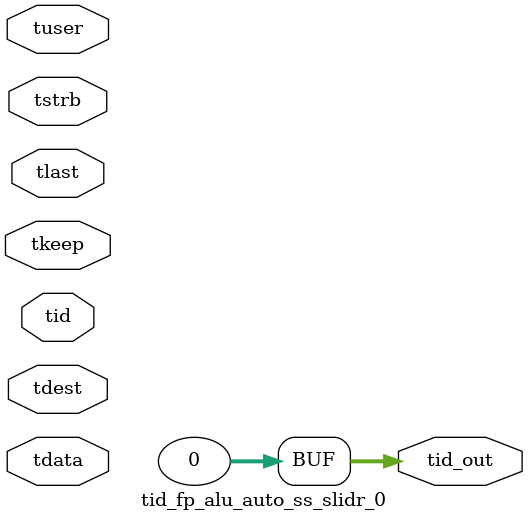
<source format=v>


`timescale 1ps/1ps

module tid_fp_alu_auto_ss_slidr_0 #
(
parameter C_S_AXIS_TID_WIDTH   = 1,
parameter C_S_AXIS_TUSER_WIDTH = 0,
parameter C_S_AXIS_TDATA_WIDTH = 0,
parameter C_S_AXIS_TDEST_WIDTH = 0,
parameter C_M_AXIS_TID_WIDTH   = 32
)
(
input  [(C_S_AXIS_TID_WIDTH   == 0 ? 1 : C_S_AXIS_TID_WIDTH)-1:0       ] tid,
input  [(C_S_AXIS_TDATA_WIDTH == 0 ? 1 : C_S_AXIS_TDATA_WIDTH)-1:0     ] tdata,
input  [(C_S_AXIS_TUSER_WIDTH == 0 ? 1 : C_S_AXIS_TUSER_WIDTH)-1:0     ] tuser,
input  [(C_S_AXIS_TDEST_WIDTH == 0 ? 1 : C_S_AXIS_TDEST_WIDTH)-1:0     ] tdest,
input  [(C_S_AXIS_TDATA_WIDTH/8)-1:0 ] tkeep,
input  [(C_S_AXIS_TDATA_WIDTH/8)-1:0 ] tstrb,
input                                                                    tlast,
output [(C_M_AXIS_TID_WIDTH   == 0 ? 1 : C_M_AXIS_TID_WIDTH)-1:0       ] tid_out
);

assign tid_out = {1'b0};

endmodule


</source>
